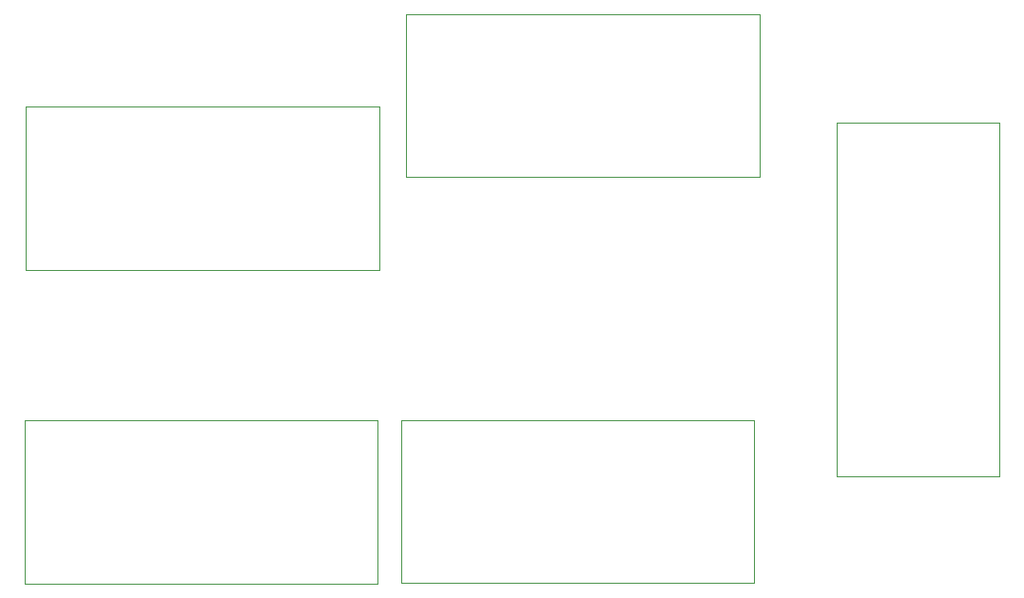
<source format=gbr>
G04 #@! TF.FileFunction,Other,User*
%FSLAX46Y46*%
G04 Gerber Fmt 4.6, Leading zero omitted, Abs format (unit mm)*
G04 Created by KiCad (PCBNEW 4.0.2+dfsg1-stable) date lun 28 gen 2019 08:35:01 CET*
%MOMM*%
G01*
G04 APERTURE LIST*
%ADD10C,0.100000*%
%ADD11C,0.050000*%
G04 APERTURE END LIST*
D10*
D11*
X141285905Y-107580583D02*
X155785905Y-107580583D01*
X141285905Y-76130583D02*
X155785905Y-76130583D01*
X141285905Y-107580583D02*
X141285905Y-76130583D01*
X155785905Y-107580583D02*
X155785905Y-76130583D01*
X134396420Y-80956140D02*
X134396420Y-66456140D01*
X102946420Y-80956140D02*
X102946420Y-66456140D01*
X134396420Y-80956140D02*
X102946420Y-80956140D01*
X134396420Y-66456140D02*
X102946420Y-66456140D01*
X102497216Y-102639516D02*
X102497216Y-117139516D01*
X133947216Y-102639516D02*
X133947216Y-117139516D01*
X102497216Y-102639516D02*
X133947216Y-102639516D01*
X102497216Y-117139516D02*
X133947216Y-117139516D01*
X100561080Y-89221300D02*
X100561080Y-74721300D01*
X69111080Y-89221300D02*
X69111080Y-74721300D01*
X100561080Y-89221300D02*
X69111080Y-89221300D01*
X100561080Y-74721300D02*
X69111080Y-74721300D01*
X68981380Y-102657920D02*
X68981380Y-117157920D01*
X100431380Y-102657920D02*
X100431380Y-117157920D01*
X68981380Y-102657920D02*
X100431380Y-102657920D01*
X68981380Y-117157920D02*
X100431380Y-117157920D01*
M02*

</source>
